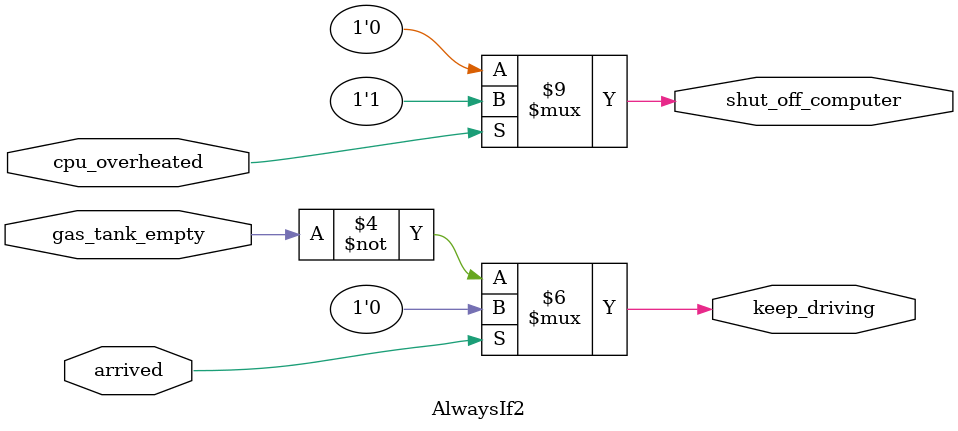
<source format=v>
module AlwaysIf2(
    input      cpu_overheated,
    output reg shut_off_computer,
    input      arrived,
    input      gas_tank_empty,
    output reg keep_driving
    );
	

    always @(*) begin
        if (cpu_overheated)
           shut_off_computer = 1;
        else
			shut_off_computer = 0;
    end

    always @(*) begin
        if (~arrived)
           keep_driving = ~gas_tank_empty;
		else
			keep_driving = 0;
    end
	
endmodule

</source>
